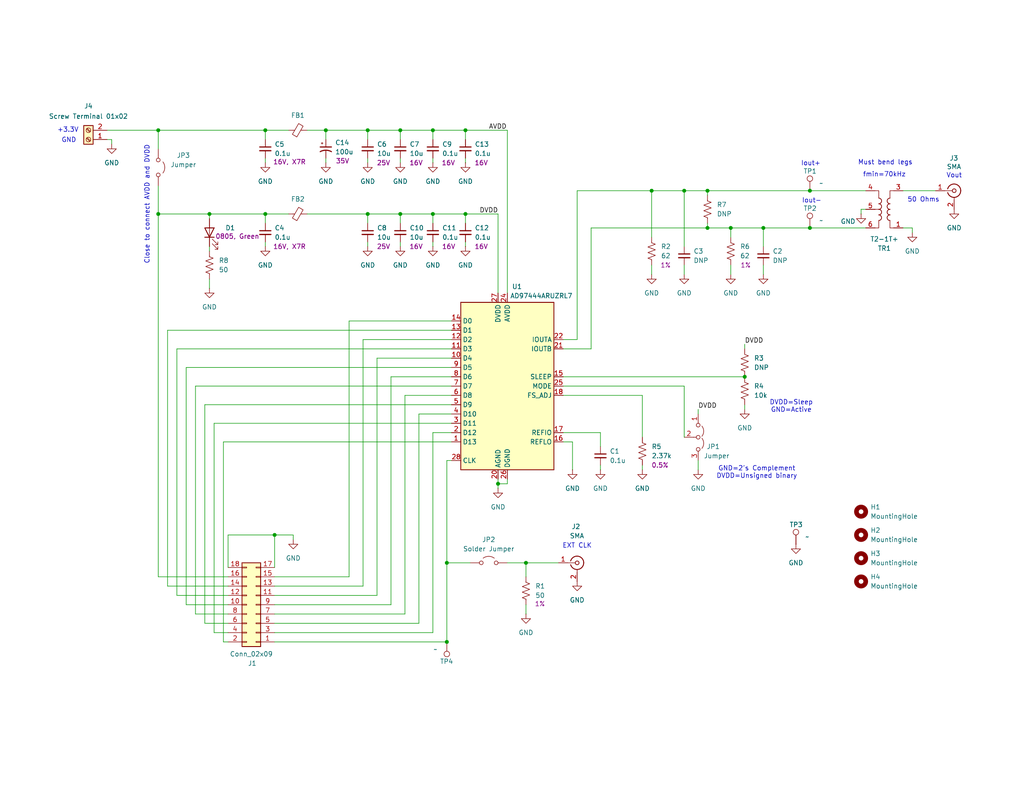
<source format=kicad_sch>
(kicad_sch (version 20231120) (generator "eeschema") (generator_version "8.0")
  (paper "USLetter")
  (title_block (title "AD9744 Ersatz Eval Board") (date "2024-12-31") (rev "A"))
  (lib_symbols
    (symbol "Analog_DAC:AD9744"
      (property "Reference" "U" (at -10.16 -24.13 0))
      (property "Value" "AD9744" (at 7.62 24.13 0))
      (symbol "AD9744_0_1"
        (rectangle (start 12.7 22.86) (end -12.7 -22.86) (stroke (width 0.254)) (fill (type background)))
      )
      (symbol "AD9744_1_1"
        (pin input line (at -15.24 -15.24 0) (length 2.54) (name "D13") (number "1"))
        (pin input line (at -15.24 7.62 0) (length 2.54) (name "D4") (number "10"))
        (pin input line (at -15.24 10.16 0) (length 2.54) (name "D3") (number "11"))
        (pin input line (at -15.24 12.7 0) (length 2.54) (name "D2") (number "12"))
        (pin input line (at -15.24 15.24 0) (length 2.54) (name "D1") (number "13"))
        (pin input line (at -15.24 17.78 0) (length 2.54) (name "D0") (number "14"))
        (pin input line (at 15.24 2.54 180) (length 2.54) (name "SLEEP") (number "15"))
        (pin input line (at 15.24 -15.24 180) (length 2.54) (name "REFLO") (number "16"))
        (pin input line (at 15.24 -12.7 180) (length 2.54) (name "REFIO") (number "17"))
        (pin input line (at 15.24 -2.54 180) (length 2.54) (name "FS_ADJ") (number "18"))
        (pin input line (at -15.24 -12.7 0) (length 2.54) (name "D12") (number "2"))
        (pin power_in line (at -2.54 -25.4 90) (length 2.54) (name "AGND") (number "20"))
        (pin output line (at 15.24 10.16 180) (length 2.54) (name "IOUTB") (number "21"))
        (pin output line (at 15.24 12.7 180) (length 2.54) (name "IOUTA") (number "22"))
        (pin power_in line (at 0 25.4 270) (length 2.54) (name "AVDD") (number "24"))
        (pin input line (at 15.24 0 180) (length 2.54) (name "MODE") (number "25"))
        (pin power_in line (at 0 -25.4 90) (length 2.54) (name "DGND") (number "26"))
        (pin power_in line (at -2.54 25.4 270) (length 2.54) (name "DVDD") (number "27"))
        (pin input line (at -15.24 -20.32 0) (length 2.54) (name "CLK") (number "28"))
        (pin input line (at -15.24 -10.16 0) (length 2.54) (name "D11") (number "3"))
        (pin input line (at -15.24 -7.62 0) (length 2.54) (name "D10") (number "4"))
        (pin input line (at -15.24 -5.08 0) (length 2.54) (name "D9") (number "5"))
        (pin input line (at -15.24 -2.54 0) (length 2.54) (name "D8") (number "6"))
        (pin input line (at -15.24 0 0) (length 2.54) (name "D7") (number "7"))
        (pin input line (at -15.24 2.54 0) (length 2.54) (name "D6") (number "8"))
        (pin input line (at -15.24 5.08 0) (length 2.54) (name "D5") (number "9"))
      )
    )
    (symbol "Connector:Conn_Coaxial" (pin_names (offset 1.016) hide)
      (property "Reference" "J" (at 0.254 3.048 0))
      (property "Value" "Conn_Coaxial" (at 2.921 0 90))
      (symbol "Conn_Coaxial_0_1"
        (arc (start -1.778 -0.508) (mid 0.2311 -1.8066) (end 1.778 0) (stroke (width 0.254)))
        (polyline (pts (xy -2.54 0) (xy -0.508 0)))
        (polyline (pts (xy 0 -2.54) (xy 0 -1.778)))
        (circle (center 0 0) (radius 0.508) (stroke (width 0.2032)))
        (arc (start 1.778 0) (mid 0.2099 1.8101) (end -1.778 0.508) (stroke (width 0.254)))
      )
      (symbol "Conn_Coaxial_1_1"
        (pin passive line (at -5.08 0 0) (length 2.54) (name "In") (number "1"))
        (pin passive line (at 0 -5.08 90) (length 2.54) (name "Ext") (number "2"))
      )
    )
    (symbol "Connector:Screw_Terminal_01x02" (pin_names (offset 1.016) hide)
      (property "Reference" "J" (at 0 2.54 0))
      (property "Value" "Screw_Terminal_01x02" (at 0 -5.08 0))
      (symbol "Screw_Terminal_01x02_1_1"
        (rectangle (start -1.27 1.27) (end 1.27 -3.81) (stroke (width 0.254)) (fill (type background)))
        (circle (center 0 -2.54) (radius 0.635) (stroke (width 0.1524)))
        (polyline (pts (xy -0.5334 -2.2098) (xy 0.3302 -3.048)) (stroke (width 0.1524)))
        (polyline (pts (xy -0.5334 0.3302) (xy 0.3302 -0.508)) (stroke (width 0.1524)))
        (polyline (pts (xy -0.3556 -2.032) (xy 0.508 -2.8702)) (stroke (width 0.1524)))
        (polyline (pts (xy -0.3556 0.508) (xy 0.508 -0.3302)) (stroke (width 0.1524)))
        (circle (center 0 0) (radius 0.635) (stroke (width 0.1524)))
        (pin passive line (at -5.08 0 0) (length 3.81) (name "Pin_1") (number "1"))
        (pin passive line (at -5.08 -2.54 0) (length 3.81) (name "Pin_2") (number "2"))
      )
    )
    (symbol "Connector:TestPoint" (pin_numbers hide) (pin_names (offset 0.762) hide)
      (property "Reference" "TP" (at 0 6.858 0))
      (property "Value" "TestPoint" (at 0 5.08 0))
      (symbol "TestPoint_0_1"
        (circle (center 0 3.302) (radius 0.762))
      )
      (symbol "TestPoint_1_1"
        (pin passive line (at 0 0 90) (length 2.54) (name "1") (number "1"))
      )
    )
    (symbol "Connector_Generic:Conn_02x09_Odd_Even" (pin_names (offset 1.016) hide)
      (property "Reference" "J" (at 1.27 12.7 0))
      (property "Value" "Conn_02x09_Odd_Even" (at 1.27 -12.7 0))
      (symbol "Conn_02x09_Odd_Even_1_1"
        (rectangle (start -1.27 -10.033) (end 0 -10.287) (stroke (width 0.1524)))
        (rectangle (start -1.27 -7.493) (end 0 -7.747) (stroke (width 0.1524)))
        (rectangle (start -1.27 -4.953) (end 0 -5.207) (stroke (width 0.1524)))
        (rectangle (start -1.27 -2.413) (end 0 -2.667) (stroke (width 0.1524)))
        (rectangle (start -1.27 0.127) (end 0 -0.127) (stroke (width 0.1524)))
        (rectangle (start -1.27 2.667) (end 0 2.413) (stroke (width 0.1524)))
        (rectangle (start -1.27 5.207) (end 0 4.953) (stroke (width 0.1524)))
        (rectangle (start -1.27 7.747) (end 0 7.493) (stroke (width 0.1524)))
        (rectangle (start -1.27 10.287) (end 0 10.033) (stroke (width 0.1524)))
        (rectangle (start -1.27 11.43) (end 3.81 -11.43) (stroke (width 0.254)) (fill (type background)))
        (rectangle (start 3.81 -10.033) (end 2.54 -10.287) (stroke (width 0.1524)))
        (rectangle (start 3.81 -7.493) (end 2.54 -7.747) (stroke (width 0.1524)))
        (rectangle (start 3.81 -4.953) (end 2.54 -5.207) (stroke (width 0.1524)))
        (rectangle (start 3.81 -2.413) (end 2.54 -2.667) (stroke (width 0.1524)))
        (rectangle (start 3.81 0.127) (end 2.54 -0.127) (stroke (width 0.1524)))
        (rectangle (start 3.81 2.667) (end 2.54 2.413) (stroke (width 0.1524)))
        (rectangle (start 3.81 5.207) (end 2.54 4.953) (stroke (width 0.1524)))
        (rectangle (start 3.81 7.747) (end 2.54 7.493) (stroke (width 0.1524)))
        (rectangle (start 3.81 10.287) (end 2.54 10.033) (stroke (width 0.1524)))
        (pin passive line (at -5.08 10.16 0) (length 3.81) (name "Pin_1") (number "1"))
        (pin passive line (at 7.62 0 180) (length 3.81) (name "Pin_10") (number "10"))
        (pin passive line (at -5.08 -2.54 0) (length 3.81) (name "Pin_11") (number "11"))
        (pin passive line (at 7.62 -2.54 180) (length 3.81) (name "Pin_12") (number "12"))
        (pin passive line (at -5.08 -5.08 0) (length 3.81) (name "Pin_13") (number "13"))
        (pin passive line (at 7.62 -5.08 180) (length 3.81) (name "Pin_14") (number "14"))
        (pin passive line (at -5.08 -7.62 0) (length 3.81) (name "Pin_15") (number "15"))
        (pin passive line (at 7.62 -7.62 180) (length 3.81) (name "Pin_16") (number "16"))
        (pin passive line (at -5.08 -10.16 0) (length 3.81) (name "Pin_17") (number "17"))
        (pin passive line (at 7.62 -10.16 180) (length 3.81) (name "Pin_18") (number "18"))
        (pin passive line (at 7.62 10.16 180) (length 3.81) (name "Pin_2") (number "2"))
        (pin passive line (at -5.08 7.62 0) (length 3.81) (name "Pin_3") (number "3"))
        (pin passive line (at 7.62 7.62 180) (length 3.81) (name "Pin_4") (number "4"))
        (pin passive line (at -5.08 5.08 0) (length 3.81) (name "Pin_5") (number "5"))
        (pin passive line (at 7.62 5.08 180) (length 3.81) (name "Pin_6") (number "6"))
        (pin passive line (at -5.08 2.54 0) (length 3.81) (name "Pin_7") (number "7"))
        (pin passive line (at 7.62 2.54 180) (length 3.81) (name "Pin_8") (number "8"))
        (pin passive line (at -5.08 0 0) (length 3.81) (name "Pin_9") (number "9"))
      )
    )
    (symbol "Device:C_Polarized_Small_US" (pin_numbers hide) (pin_names (offset 0.254) hide)
      (property "Reference" "C" (at 0.254 1.778 0))
      (property "Value" "C_Polarized_Small_US" (at 0.254 -2.032 0))
      (symbol "C_Polarized_Small_US_0_1"
        (polyline (pts (xy -1.524 0.508) (xy 1.524 0.508)) (stroke (width 0.3048)))
        (polyline (pts (xy -1.27 1.524) (xy -0.762 1.524)))
        (polyline (pts (xy -1.016 1.27) (xy -1.016 1.778)))
        (arc (start 1.524 -0.762) (mid 0 -0.3734) (end -1.524 -0.762) (stroke (width 0.3048)))
      )
      (symbol "C_Polarized_Small_US_1_1"
        (pin passive line (at 0 2.54 270) (length 2.032) (name "~") (number "1"))
        (pin passive line (at 0 -2.54 90) (length 2.032) (name "~") (number "2"))
      )
    )
    (symbol "Device:C_Small" (pin_numbers hide) (pin_names (offset 0.254) hide)
      (property "Reference" "C" (at 0.254 1.778 0))
      (property "Value" "C_Small" (at 0.254 -2.032 0))
      (symbol "C_Small_0_1"
        (polyline (pts (xy -1.524 -0.508) (xy 1.524 -0.508)) (stroke (width 0.3302)))
        (polyline (pts (xy -1.524 0.508) (xy 1.524 0.508)) (stroke (width 0.3048)))
      )
      (symbol "C_Small_1_1"
        (pin passive line (at 0 2.54 270) (length 2.032) (name "~") (number "1"))
        (pin passive line (at 0 -2.54 90) (length 2.032) (name "~") (number "2"))
      )
    )
    (symbol "Device:FerriteBead_Small" (pin_numbers hide) (pin_names (offset 0))
      (property "Reference" "FB" (at 1.905 1.27 0))
      (property "Value" "FerriteBead_Small" (at 1.905 -1.27 0))
      (symbol "FerriteBead_Small_0_1"
        (polyline (pts (xy 0 -1.27) (xy 0 -0.7874)))
        (polyline (pts (xy 0 0.889) (xy 0 1.2954)))
        (polyline (pts (xy -1.8288 0.2794) (xy -1.1176 1.4986) (xy 1.8288 -0.2032) (xy 1.1176 -1.4224) (xy -1.8288 0.2794)))
      )
      (symbol "FerriteBead_Small_1_1"
        (pin passive line (at 0 2.54 270) (length 1.27) (name "~") (number "1"))
        (pin passive line (at 0 -2.54 90) (length 1.27) (name "~") (number "2"))
      )
    )
    (symbol "Device:LED" (pin_numbers hide) (pin_names (offset 1.016) hide)
      (property "Reference" "D" (at 0 2.54 0))
      (property "Value" "LED" (at 0 -2.54 0))
      (symbol "LED_0_1"
        (polyline (pts (xy -1.27 -1.27) (xy -1.27 1.27)) (stroke (width 0.254)))
        (polyline (pts (xy -1.27 0) (xy 1.27 0)))
        (polyline (pts (xy 1.27 -1.27) (xy 1.27 1.27) (xy -1.27 0) (xy 1.27 -1.27)) (stroke (width 0.254)))
        (polyline (pts (xy -3.048 -0.762) (xy -4.572 -2.286) (xy -3.81 -2.286) (xy -4.572 -2.286) (xy -4.572 -1.524)))
        (polyline (pts (xy -1.778 -0.762) (xy -3.302 -2.286) (xy -2.54 -2.286) (xy -3.302 -2.286) (xy -3.302 -1.524)))
      )
      (symbol "LED_1_1"
        (pin passive line (at -3.81 0 0) (length 2.54) (name "K") (number "1"))
        (pin passive line (at 3.81 0 180) (length 2.54) (name "A") (number "2"))
      )
    )
    (symbol "Device:R_US" (pin_numbers hide) (pin_names (offset 0))
      (property "Reference" "R" (at 2.54 0 90))
      (property "Value" "R_US" (at -2.54 0 90))
      (symbol "R_US_0_1"
        (polyline (pts (xy 0 -2.286) (xy 0 -2.54)))
        (polyline (pts (xy 0 2.286) (xy 0 2.54)))
        (polyline (pts (xy 0 -0.762) (xy 1.016 -1.143) (xy 0 -1.524) (xy -1.016 -1.905) (xy 0 -2.286)))
        (polyline (pts (xy 0 0.762) (xy 1.016 0.381) (xy 0 0) (xy -1.016 -0.381) (xy 0 -0.762)))
        (polyline (pts (xy 0 2.286) (xy 1.016 1.905) (xy 0 1.524) (xy -1.016 1.143) (xy 0 0.762)))
      )
      (symbol "R_US_1_1"
        (pin passive line (at 0 3.81 270) (length 1.27) (name "~") (number "1"))
        (pin passive line (at 0 -3.81 90) (length 1.27) (name "~") (number "2"))
      )
    )
    (symbol "Jumper:Jumper_2_Open" (pin_numbers hide) (pin_names (offset 0) hide) (exclude_from_sim yes)
      (property "Reference" "JP" (at 0 2.794 0))
      (property "Value" "Jumper_2_Open" (at 0 -2.286 0))
      (symbol "Jumper_2_Open_0_0"
        (circle (center -2.032 0) (radius 0.508))
        (circle (center 2.032 0) (radius 0.508))
      )
      (symbol "Jumper_2_Open_0_1"
        (arc (start 1.524 1.27) (mid 0 1.778) (end -1.524 1.27))
      )
      (symbol "Jumper_2_Open_1_1"
        (pin passive line (at -5.08 0 0) (length 2.54) (name "A") (number "1"))
        (pin passive line (at 5.08 0 180) (length 2.54) (name "B") (number "2"))
      )
    )
    (symbol "Jumper:Jumper_3_Open" (pin_names (offset 0) hide) (exclude_from_sim yes) (in_bom no)
      (property "Reference" "JP" (at -2.54 -2.54 0))
      (property "Value" "Jumper_3_Open" (at 0 2.794 0))
      (symbol "Jumper_3_Open_0_0"
        (circle (center -3.302 0) (radius 0.508))
        (circle (center 0 0) (radius 0.508))
        (circle (center 3.302 0) (radius 0.508))
      )
      (symbol "Jumper_3_Open_0_1"
        (arc (start -0.254 1.016) (mid -1.651 1.4992) (end -3.048 1.016))
        (polyline (pts (xy 0 -0.508) (xy 0 -1.27)))
        (arc (start 3.048 1.016) (mid 1.651 1.4992) (end 0.254 1.016))
      )
      (symbol "Jumper_3_Open_1_1"
        (pin passive line (at -6.35 0 0) (length 2.54) (name "A") (number "1"))
        (pin passive line (at 0 -3.81 90) (length 2.54) (name "C") (number "2"))
        (pin passive line (at 6.35 0 180) (length 2.54) (name "B") (number "3"))
      )
    )
    (symbol "Mechanical:MountingHole" (pin_names (offset 1.016)) (exclude_from_sim yes) (in_bom no)
      (property "Reference" "H" (at 0 5.08 0))
      (property "Value" "MountingHole" (at 0 3.175 0))
      (symbol "MountingHole_0_1"
        (circle (center 0 0) (radius 1.27) (stroke (width 1.27)))
      )
    )
    (symbol "Transformer:ADT1-6T" (pin_names hide)
      (property "Reference" "TR" (at 0 6.35 0))
      (property "Value" "ADT1-6T" (at 0 -6.35 0))
      (symbol "ADT1-6T_0_1"
        (arc (start -1.524 -3.048) (mid -0.7653 -2.286) (end -1.524 -1.524) (stroke (width 0.2032)))
        (arc (start -1.524 -1.524) (mid -0.7653 -0.762) (end -1.524 0) (stroke (width 0.2032)))
        (arc (start -1.524 0) (mid -0.7653 0.762) (end -1.524 1.524) (stroke (width 0.2032)))
        (arc (start -1.524 1.524) (mid -0.7653 2.286) (end -1.524 3.048) (stroke (width 0.2032)))
        (polyline (pts (xy 2.54 0) (xy 1.27 0)) (stroke (width 0.1524)))
        (polyline (pts (xy -2.54 5.08) (xy -1.524 5.08) (xy -1.524 3.048) (xy -1.524 3.048)) (stroke (width 0.1524)))
        (polyline (pts (xy -1.524 -3.048) (xy -1.524 -5.08) (xy -2.54 -5.08) (xy -2.54 -5.08)) (stroke (width 0.1524)))
        (polyline (pts (xy 1.524 3.048) (xy 1.524 5.08) (xy 2.54 5.08) (xy 2.54 5.08)) (stroke (width 0.1524)))
        (polyline (pts (xy 2.54 -5.08) (xy 1.524 -5.08) (xy 1.524 -3.048) (xy 1.524 -3.048)) (stroke (width 0.1524)))
        (arc (start 1.524 -1.524) (mid 0.7653 -2.286) (end 1.524 -3.048) (stroke (width 0.2032)))
        (arc (start 1.524 0) (mid 0.7653 -0.762) (end 1.524 -1.524) (stroke (width 0.2032)))
        (arc (start 1.524 1.524) (mid 0.7653 0.762) (end 1.524 0) (stroke (width 0.2032)))
        (arc (start 1.524 3.048) (mid 0.7653 2.286) (end 1.524 1.524) (stroke (width 0.2032)))
      )
      (symbol "ADT1-6T_1_1"
        (pin passive line (at -5.08 -5.08 0) (length 2.54) (name "~") (number "1"))
        (pin passive line (at -5.08 5.08 0) (length 2.54) (name "~") (number "3"))
        (pin passive line (at 5.08 5.08 180) (length 2.54) (name "~") (number "4"))
        (pin passive line (at 5.08 0 180) (length 2.54) (name "~") (number "5"))
        (pin passive line (at 5.08 -5.08 180) (length 2.54) (name "~") (number "6"))
      )
    )
    (symbol "power:GND" (power) (pin_numbers hide) (pin_names (offset 0) hide)
      (property "Value" "GND" (at 0 -3.81 0))
      (symbol "GND_0_1"
        (polyline (pts (xy 0 0) (xy 0 -1.27) (xy 1.27 -1.27) (xy 0 -2.54) (xy -1.27 -1.27) (xy 0 -1.27)))
      )
      (symbol "GND_1_1"
        (pin power_in line (at 0 0 270) (length 0) (name "~") (number "1"))
      )
    )
  )
  (junction (at 143.51 153.67))
  (junction (at 193.04 62.23))
  (junction (at 220.98 52.07))
  (junction (at 127 35.56))
  (junction (at 109.22 35.56))
  (junction (at 43.18 35.56))
  (junction (at 121.92 175.26))
  (junction (at 193.04 52.07))
  (junction (at 72.39 35.56))
  (junction (at 220.98 62.23))
  (junction (at 118.11 35.56))
  (junction (at 121.92 153.67))
  (junction (at 100.33 35.56))
  (junction (at 186.69 52.07))
  (junction (at 57.15 58.42))
  (junction (at 43.18 58.42))
  (junction (at 74.93 146.05))
  (junction (at 88.9 35.56))
  (junction (at 100.33 58.42))
  (junction (at 177.8 52.07))
  (junction (at 72.39 58.42))
  (junction (at 118.11 58.42))
  (junction (at 199.39 62.23))
  (junction (at 208.28 62.23))
  (junction (at 127 58.42))
  (junction (at 203.2 102.87))
  (junction (at 109.22 58.42))
  (junction (at 135.89 132.08))
  (wire (pts (xy 177.8 52.07) (xy 186.69 52.07)))
  (wire (pts (xy 78.74 58.42) (xy 72.39 58.42)))
  (wire (pts (xy 123.19 118.11) (xy 118.11 118.11)))
  (wire (pts (xy 138.43 130.81) (xy 138.43 132.08)))
  (wire (pts (xy 186.69 72.39) (xy 186.69 74.93)))
  (wire (pts (xy 121.92 125.73) (xy 121.92 153.67)))
  (wire (pts (xy 110.49 107.95) (xy 110.49 167.64)))
  (wire (pts (xy 58.42 115.57) (xy 123.19 115.57)))
  (wire (pts (xy 190.5 125.73) (xy 190.5 128.27)))
  (wire (pts (xy 121.92 153.67) (xy 128.27 153.67)))
  (wire (pts (xy 72.39 66.04) (xy 72.39 67.31)))
  (wire (pts (xy 95.25 87.63) (xy 95.25 157.48)))
  (wire (pts (xy 153.67 120.65) (xy 156.21 120.65)))
  (wire (pts (xy 74.93 175.26) (xy 121.92 175.26)))
  (wire (pts (xy 74.93 162.56) (xy 102.87 162.56)))
  (wire (pts (xy 190.5 113.03) (xy 190.5 111.76)))
  (wire (pts (xy 161.29 62.23) (xy 161.29 95.25)))
  (wire (pts (xy 88.9 43.18) (xy 88.9 44.45)))
  (wire (pts (xy 80.01 146.05) (xy 80.01 147.32)))
  (wire (pts (xy 72.39 35.56) (xy 72.39 38.1)))
  (wire (pts (xy 109.22 66.04) (xy 109.22 67.31)))
  (wire (pts (xy 72.39 35.56) (xy 78.74 35.56)))
  (wire (pts (xy 246.38 52.07) (xy 255.27 52.07)))
  (wire (pts (xy 248.92 63.5) (xy 248.92 62.23)))
  (wire (pts (xy 138.43 35.56) (xy 127 35.56)))
  (wire (pts (xy 72.39 58.42) (xy 72.39 60.96)))
  (wire (pts (xy 199.39 72.39) (xy 199.39 74.93)))
  (wire (pts (xy 102.87 97.79) (xy 102.87 162.56)))
  (wire (pts (xy 123.19 95.25) (xy 48.26 95.25)))
  (wire (pts (xy 123.19 90.17) (xy 45.72 90.17)))
  (wire (pts (xy 123.19 97.79) (xy 102.87 97.79)))
  (wire (pts (xy 100.33 35.56) (xy 109.22 35.56)))
  (wire (pts (xy 60.96 175.26) (xy 62.23 175.26)))
  (wire (pts (xy 127 43.18) (xy 127 44.45)))
  (wire (pts (xy 208.28 62.23) (xy 199.39 62.23)))
  (wire (pts (xy 48.26 162.56) (xy 62.23 162.56)))
  (wire (pts (xy 74.93 170.18) (xy 114.3 170.18)))
  (wire (pts (xy 123.19 102.87) (xy 106.68 102.87)))
  (wire (pts (xy 74.93 157.48) (xy 95.25 157.48)))
  (wire (pts (xy 193.04 52.07) (xy 193.04 53.34)))
  (wire (pts (xy 123.19 105.41) (xy 53.34 105.41)))
  (wire (pts (xy 208.28 72.39) (xy 208.28 74.93)))
  (wire (pts (xy 127 35.56) (xy 127 38.1)))
  (wire (pts (xy 55.88 110.49) (xy 123.19 110.49)))
  (wire (pts (xy 57.15 58.42) (xy 72.39 58.42)))
  (wire (pts (xy 83.82 58.42) (xy 100.33 58.42)))
  (wire (pts (xy 153.67 118.11) (xy 163.83 118.11)))
  (wire (pts (xy 100.33 66.04) (xy 100.33 67.31)))
  (wire (pts (xy 60.96 120.65) (xy 60.96 175.26)))
  (wire (pts (xy 114.3 113.03) (xy 114.3 170.18)))
  (wire (pts (xy 50.8 100.33) (xy 50.8 165.1)))
  (wire (pts (xy 118.11 118.11) (xy 118.11 172.72)))
  (wire (pts (xy 123.19 92.71) (xy 99.06 92.71)))
  (wire (pts (xy 220.98 62.23) (xy 208.28 62.23)))
  (wire (pts (xy 135.89 132.08) (xy 135.89 133.35)))
  (wire (pts (xy 72.39 43.18) (xy 72.39 44.45)))
  (wire (pts (xy 123.19 87.63) (xy 95.25 87.63)))
  (wire (pts (xy 177.8 72.39) (xy 177.8 74.93)))
  (wire (pts (xy 99.06 160.02) (xy 99.06 92.71)))
  (wire (pts (xy 186.69 52.07) (xy 186.69 67.31)))
  (wire (pts (xy 248.92 62.23) (xy 246.38 62.23)))
  (wire (pts (xy 127 66.04) (xy 127 67.31)))
  (wire (pts (xy 62.23 146.05) (xy 74.93 146.05)))
  (wire (pts (xy 175.26 107.95) (xy 153.67 107.95)))
  (wire (pts (xy 208.28 62.23) (xy 208.28 67.31)))
  (wire (pts (xy 88.9 35.56) (xy 88.9 38.1)))
  (wire (pts (xy 118.11 66.04) (xy 118.11 67.31)))
  (wire (pts (xy 100.33 43.18) (xy 100.33 44.45)))
  (wire (pts (xy 57.15 76.2) (xy 57.15 78.74)))
  (wire (pts (xy 163.83 127) (xy 163.83 128.27)))
  (wire (pts (xy 58.42 115.57) (xy 58.42 172.72)))
  (wire (pts (xy 74.93 167.64) (xy 110.49 167.64)))
  (wire (pts (xy 199.39 62.23) (xy 193.04 62.23)))
  (wire (pts (xy 100.33 35.56) (xy 100.33 38.1)))
  (wire (pts (xy 135.89 58.42) (xy 127 58.42)))
  (wire (pts (xy 29.21 35.56) (xy 43.18 35.56)))
  (wire (pts (xy 109.22 35.56) (xy 109.22 38.1)))
  (wire (pts (xy 74.93 160.02) (xy 99.06 160.02)))
  (wire (pts (xy 74.93 165.1) (xy 106.68 165.1)))
  (wire (pts (xy 234.95 57.15) (xy 236.22 57.15)))
  (wire (pts (xy 74.93 172.72) (xy 118.11 172.72)))
  (wire (pts (xy 186.69 105.41) (xy 186.69 119.38)))
  (wire (pts (xy 127 58.42) (xy 118.11 58.42)))
  (wire (pts (xy 43.18 157.48) (xy 43.18 58.42)))
  (wire (pts (xy 123.19 107.95) (xy 110.49 107.95)))
  (wire (pts (xy 193.04 52.07) (xy 220.98 52.07)))
  (wire (pts (xy 175.26 107.95) (xy 175.26 119.38)))
  (wire (pts (xy 62.23 170.18) (xy 55.88 170.18)))
  (wire (pts (xy 175.26 127) (xy 175.26 128.27)))
  (wire (pts (xy 161.29 95.25) (xy 153.67 95.25)))
  (wire (pts (xy 157.48 52.07) (xy 157.48 92.71)))
  (wire (pts (xy 220.98 52.07) (xy 236.22 52.07)))
  (wire (pts (xy 83.82 35.56) (xy 88.9 35.56)))
  (wire (pts (xy 118.11 35.56) (xy 118.11 38.1)))
  (wire (pts (xy 109.22 58.42) (xy 109.22 60.96)))
  (wire (pts (xy 57.15 58.42) (xy 57.15 59.69)))
  (wire (pts (xy 123.19 113.03) (xy 114.3 113.03)))
  (wire (pts (xy 220.98 62.23) (xy 236.22 62.23)))
  (wire (pts (xy 143.51 165.1) (xy 143.51 167.64)))
  (wire (pts (xy 186.69 52.07) (xy 193.04 52.07)))
  (wire (pts (xy 138.43 153.67) (xy 143.51 153.67)))
  (wire (pts (xy 45.72 90.17) (xy 45.72 160.02)))
  (wire (pts (xy 143.51 153.67) (xy 152.4 153.67)))
  (wire (pts (xy 157.48 92.71) (xy 153.67 92.71)))
  (wire (pts (xy 156.21 120.65) (xy 156.21 128.27)))
  (wire (pts (xy 118.11 43.18) (xy 118.11 44.45)))
  (wire (pts (xy 43.18 35.56) (xy 43.18 40.64)))
  (wire (pts (xy 193.04 60.96) (xy 193.04 62.23)))
  (wire (pts (xy 234.95 57.15) (xy 234.95 58.42)))
  (wire (pts (xy 121.92 175.26) (xy 121.92 153.67)))
  (wire (pts (xy 138.43 35.56) (xy 138.43 80.01)))
  (wire (pts (xy 153.67 102.87) (xy 203.2 102.87)))
  (wire (pts (xy 123.19 125.73) (xy 121.92 125.73)))
  (wire (pts (xy 106.68 102.87) (xy 106.68 165.1)))
  (wire (pts (xy 62.23 167.64) (xy 53.34 167.64)))
  (wire (pts (xy 138.43 132.08) (xy 135.89 132.08)))
  (wire (pts (xy 109.22 43.18) (xy 109.22 44.45)))
  (wire (pts (xy 135.89 130.81) (xy 135.89 132.08)))
  (wire (pts (xy 30.48 39.37) (xy 30.48 38.1)))
  (wire (pts (xy 203.2 110.49) (xy 203.2 111.76)))
  (wire (pts (xy 109.22 58.42) (xy 100.33 58.42)))
  (wire (pts (xy 48.26 95.25) (xy 48.26 162.56)))
  (wire (pts (xy 74.93 154.94) (xy 74.93 146.05)))
  (wire (pts (xy 62.23 157.48) (xy 43.18 157.48)))
  (wire (pts (xy 143.51 153.67) (xy 143.51 157.48)))
  (wire (pts (xy 62.23 154.94) (xy 62.23 146.05)))
  (wire (pts (xy 58.42 172.72) (xy 62.23 172.72)))
  (wire (pts (xy 88.9 35.56) (xy 100.33 35.56)))
  (wire (pts (xy 43.18 58.42) (xy 43.18 50.8)))
  (wire (pts (xy 203.2 93.98) (xy 203.2 95.25)))
  (wire (pts (xy 177.8 52.07) (xy 177.8 64.77)))
  (wire (pts (xy 193.04 62.23) (xy 161.29 62.23)))
  (wire (pts (xy 30.48 38.1) (xy 29.21 38.1)))
  (wire (pts (xy 186.69 105.41) (xy 153.67 105.41)))
  (wire (pts (xy 135.89 58.42) (xy 135.89 80.01)))
  (wire (pts (xy 127 60.96) (xy 127 58.42)))
  (wire (pts (xy 53.34 105.41) (xy 53.34 167.64)))
  (wire (pts (xy 60.96 120.65) (xy 123.19 120.65)))
  (wire (pts (xy 74.93 146.05) (xy 80.01 146.05)))
  (wire (pts (xy 100.33 58.42) (xy 100.33 60.96)))
  (wire (pts (xy 157.48 52.07) (xy 177.8 52.07)))
  (wire (pts (xy 43.18 35.56) (xy 72.39 35.56)))
  (wire (pts (xy 118.11 60.96) (xy 118.11 58.42)))
  (wire (pts (xy 43.18 58.42) (xy 57.15 58.42)))
  (wire (pts (xy 50.8 165.1) (xy 62.23 165.1)))
  (wire (pts (xy 57.15 67.31) (xy 57.15 68.58)))
  (wire (pts (xy 163.83 118.11) (xy 163.83 121.92)))
  (wire (pts (xy 123.19 100.33) (xy 50.8 100.33)))
  (wire (pts (xy 199.39 62.23) (xy 199.39 64.77)))
  (wire (pts (xy 55.88 170.18) (xy 55.88 110.49)))
  (wire (pts (xy 45.72 160.02) (xy 62.23 160.02)))
  (wire (pts (xy 109.22 35.56) (xy 118.11 35.56)))
  (wire (pts (xy 127 35.56) (xy 118.11 35.56)))
  (wire (pts (xy 118.11 58.42) (xy 109.22 58.42)))
  (text "fmin=70kHz" (at 241.3 47.752 0) (effects (font (size 1.27 1.27))))
  (text "Vout" (at 260.35 48.006 0) (effects (font (size 1.27 1.27))))
  (text "EXT CLK" (at 157.48 149.098 0) (effects (font (size 1.27 1.27))))
  (text "DVDD=Sleep\nGND=Active" (at 215.9 110.998 0) (effects (font (size 1.27 1.27))))
  (text "Iout+" (at 221.234 44.704 0) (effects (font (size 1.27 1.27))))
  (text "Close to connect AVDD and DVDD" (at 40.132 55.88 90) (effects (font (size 1.27 1.27))))
  (text "+3.3V" (at 18.542 35.56 0) (effects (font (size 1.27 1.27))))
  (text "GND=2's Complement\nDVDD=Unsigned binary" (at 206.502 129.032 0) (effects (font (size 1.27 1.27))))
  (text "GND" (at 18.796 38.354 0) (effects (font (size 1.27 1.27))))
  (text "Iout-" (at 221.488 54.864 0) (effects (font (size 1.27 1.27))))
  (text "Must bend legs" (at 241.554 44.45 0) (effects (font (size 1.27 1.27))))
  (text "50 Ohms" (at 251.968 54.61 0) (effects (font (size 1.27 1.27))))
  (label "DVDD" (at 190.5 111.76 0))
  (label "AVDD" (at 133.35 35.56 0))
  (label "DVDD" (at 130.81 58.42 0))
  (label "DVDD" (at 203.2 93.98 0))
  (symbol (lib_id "power:GND") (at 30.48 39.37 0) (unit 1)
    (property "Reference" "#PWR01" (effects (hide yes)))
    (property "Value" "GND" (at 30.48 44.45 0))
    (property "Description" "Power symbol creates a global label with name \"GND\" , ground" (effects (hide yes)))
  )
  (symbol (lib_id "Connector:TestPoint") (at 121.92 175.26 180) (unit 1)
    (property "Reference" "TP4" (at 123.698 180.594 0) (effects (justify left)))
    (property "Value" "~" (at 119.38 177.2921 0) (effects (justify left)))
    (property "Footprint" "TestPoint:TestPoint_Keystone_5000-5004_Miniature" (effects (hide yes)))
    (property "Description" "test point" (effects (hide yes)))
    (property "Man" "Keystone" (effects (hide yes)))
    (property "Man PN" "5002" (effects (hide yes)))
  )
  (symbol (lib_id "power:GND") (at 175.26 128.27 0) (unit 1)
    (property "Reference" "#PWR020" (effects (hide yes)))
    (property "Value" "GND" (at 175.26 133.35 0))
    (property "Description" "Power symbol creates a global label with name \"GND\" , ground" (effects (hide yes)))
  )
  (symbol (lib_id "power:GND") (at 143.51 167.64 0) (unit 1)
    (property "Reference" "#PWR016" (effects (hide yes)))
    (property "Value" "GND" (at 143.51 172.72 0))
    (property "Description" "Power symbol creates a global label with name \"GND\" , ground" (effects (hide yes)))
  )
  (symbol (lib_id "power:GND") (at 156.21 128.27 0) (unit 1)
    (property "Reference" "#PWR017" (effects (hide yes)))
    (property "Value" "GND" (at 156.21 133.35 0))
    (property "Description" "Power symbol creates a global label with name \"GND\" , ground" (effects (hide yes)))
  )
  (symbol (lib_id "Device:FerriteBead_Small") (at 81.28 35.56 90) (unit 1)
    (property "Reference" "FB1" (at 81.28 31.496 90))
    (property "Value" "BLM18KN601EH1D" (effects (hide yes)))
    (property "Footprint" "Inductor_SMD:L_0603_1608Metric_Pad1.05x0.95mm_HandSolder" (effects (hide yes)))
    (property "Description" "0603" (effects (hide yes)))
    (property "Manufacturer" "Murata" (effects (hide yes)))
    (property "Man PN" "BLM18KN601EH1D" (effects (hide yes)))
  )
  (symbol (lib_id "Device:C_Small") (at 100.33 40.64 0) (unit 1)
    (property "Reference" "C6" (at 102.87 39.3762 0) (effects (justify left)))
    (property "Value" "10u" (at 102.87 41.9162 0) (effects (justify left)))
    (property "Footprint" "Capacitor_SMD:C_0603_1608Metric_Pad1.08x0.95mm_HandSolder" (effects (hide yes)))
    (property "Description" "25V" (at 104.648 44.45 0))
    (property "Manufacturer" "Murata" (effects (hide yes)))
    (property "PN" "GRM188R61E106KA73J " (effects (hide yes)))
  )
  (symbol (lib_id "Connector:Conn_Coaxial") (at 157.48 153.67 0) (unit 1)
    (property "Reference" "J2" (at 155.956 143.764 0) (effects (justify left)))
    (property "Value" "SMA" (at 155.448 146.304 0) (effects (justify left)))
    (property "Footprint" "Connector_Coaxial:SMA_Amphenol_901-144_Vertical" (effects (hide yes)))
    (property "Description" "coaxial connector (BNC, SMA, SMB, SMC, Cinch/RCA, LEMO, ...)" (effects (hide yes)))
    (property "Man" "Amphenol" (effects (hide yes)))
    (property "Man PN" "901-144 " (effects (hide yes)))
  )
  (symbol (lib_id "power:GND") (at 199.39 74.93 0) (unit 1)
    (property "Reference" "#PWR024" (effects (hide yes)))
    (property "Value" "GND" (at 199.39 80.01 0))
    (property "Description" "Power symbol creates a global label with name \"GND\" , ground" (effects (hide yes)))
  )
  (symbol (lib_id "power:GND") (at 72.39 67.31 0) (unit 1)
    (property "Reference" "#PWR04" (effects (hide yes)))
    (property "Value" "GND" (at 72.39 72.39 0))
    (property "Description" "Power symbol creates a global label with name \"GND\" , ground" (effects (hide yes)))
  )
  (symbol (lib_id "Device:C_Small") (at 109.22 63.5 0) (unit 1)
    (property "Reference" "C10" (at 111.76 62.2362 0) (effects (justify left)))
    (property "Value" "10u" (at 111.76 64.7762 0) (effects (justify left)))
    (property "Footprint" "Capacitor_SMD:C_0603_1608Metric_Pad1.08x0.95mm_HandSolder" (effects (hide yes)))
    (property "Description" "16V" (at 113.538 67.31 0))
    (property "Man" "Kyocera" (effects (hide yes)))
    (property "PN" "0603YD106MAT2A " (effects (hide yes)))
  )
  (symbol (lib_id "Device:LED") (at 57.15 63.5 90) (unit 1)
    (property "Reference" "D1" (at 61.468 62.23 90) (effects (justify right)))
    (property "Value" "AP2012SGD3" (effects (hide yes)))
    (property "Footprint" "LED_SMD:LED_0805_2012Metric_Pad1.15x1.40mm_HandSolder" (effects (hide yes)))
    (property "Description" "0805, Green" (at 64.77 64.516 90))
    (property "Manufacturer" "Kingbright" (effects (hide yes)))
    (property "Man PN" "AP2012SGD3" (effects (hide yes)))
  )
  (symbol (lib_id "Device:R_US") (at 57.15 72.39 0) (unit 1)
    (property "Reference" "R8" (at 59.69 71.1199 0) (effects (justify left)))
    (property "Value" "50" (at 59.69 73.6599 0) (effects (justify left)))
    (property "Footprint" "Resistor_SMD:R_0603_1608Metric_Pad0.98x0.95mm_HandSolder" (effects (hide yes)))
  )
  (symbol (lib_id "Mechanical:MountingHole") (at 234.95 158.75 0) (unit 1) (exclude_from_sim yes) (in_bom no)
    (property "Reference" "H4" (at 237.49 157.4799 0) (effects (justify left)))
    (property "Value" "MountingHole" (at 237.49 160.0199 0) (effects (justify left)))
    (property "Footprint" "MountingHole:MountingHole_2.2mm_M2_DIN965_Pad" (effects (hide yes)))
    (property "Description" "Mounting Hole without connection" (effects (hide yes)))
  )
  (symbol (lib_id "Device:C_Small") (at 186.69 69.85 0) (unit 1)
    (property "Reference" "C3" (at 189.23 68.5862 0) (effects (justify left)))
    (property "Value" "DNP" (at 189.23 71.1262 0) (effects (justify left)))
    (property "Footprint" "Capacitor_SMD:C_0603_1608Metric_Pad1.08x0.95mm_HandSolder" (effects (hide yes)))
    (property "Description" "0603 X7R" (effects (hide yes)))
  )
  (symbol (lib_id "power:GND") (at 217.17 148.59 0) (unit 1)
    (property "Reference" "#PWR027" (effects (hide yes)))
    (property "Value" "GND" (at 217.17 153.67 0))
    (property "Description" "Power symbol creates a global label with name \"GND\" , ground" (effects (hide yes)))
  )
  (symbol (lib_id "power:GND") (at 203.2 111.76 0) (unit 1)
    (property "Reference" "#PWR025" (effects (hide yes)))
    (property "Value" "GND" (at 203.2 116.84 0))
    (property "Description" "Power symbol creates a global label with name \"GND\" , ground" (effects (hide yes)))
  )
  (symbol (lib_id "power:GND") (at 157.48 158.75 0) (unit 1)
    (property "Reference" "#PWR018" (effects (hide yes)))
    (property "Value" "GND" (at 157.48 163.83 0))
    (property "Description" "Power symbol creates a global label with name \"GND\" , ground" (effects (hide yes)))
  )
  (symbol (lib_id "power:GND") (at 80.01 147.32 0) (unit 1)
    (property "Reference" "#PWR05" (effects (hide yes)))
    (property "Value" "GND" (at 80.01 152.4 0))
    (property "Description" "Power symbol creates a global label with name \"GND\" , ground" (effects (hide yes)))
  )
  (symbol (lib_id "Device:R_US") (at 175.26 123.19 0) (unit 1)
    (property "Reference" "R5" (at 177.8 121.9199 0) (effects (justify left)))
    (property "Value" "2.37k" (at 177.8 124.4599 0) (effects (justify left)))
    (property "Footprint" "Resistor_SMD:R_0603_1608Metric_Pad0.98x0.95mm_HandSolder" (effects (hide yes)))
    (property "Description" "0.5%" (at 180.086 127 0))
    (property "Temp Stability" "25 PPM/C" (effects (hide yes)))
  )
  (symbol (lib_id "Transformer:ADT1-6T") (at 241.3 57.15 0) (mirror y) (unit 1)
    (property "Reference" "TR1" (at 241.3 67.818 0))
    (property "Value" "T2-1T+" (at 241.3 65.278 0))
    (property "Footprint" "Package_DIP:DIP-6_W7.62mm" (effects (hide yes)))
    (property "Manufacturer" "Mini-Circuits" (effects (hide yes)))
    (property "Man PN" "T1-6T+" (effects (hide yes)))
  )
  (symbol (lib_id "power:GND") (at 208.28 74.93 0) (unit 1)
    (property "Reference" "#PWR026" (effects (hide yes)))
    (property "Value" "GND" (at 208.28 80.01 0))
    (property "Description" "Power symbol creates a global label with name \"GND\" , ground" (effects (hide yes)))
  )
  (symbol (lib_id "Jumper:Jumper_2_Open") (at 43.18 45.72 270) (unit 1) (exclude_from_sim yes)
    (property "Reference" "JP3" (at 50.038 42.418 90))
    (property "Value" "Jumper" (at 50.038 44.958 90))
    (property "Footprint" "Connector_PinHeader_2.54mm:PinHeader_1x02_P2.54mm_Vertical" (effects (hide yes)))
    (property "Description" "Jumper, 2-pole, open" (effects (hide yes)))
  )
  (symbol (lib_id "Device:C_Small") (at 72.39 63.5 0) (unit 1)
    (property "Reference" "C4" (at 74.93 62.2362 0) (effects (justify left)))
    (property "Value" "0.1u" (at 74.93 64.7762 0) (effects (justify left)))
    (property "Footprint" "Capacitor_SMD:C_0603_1608Metric_Pad1.08x0.95mm_HandSolder" (effects (hide yes)))
    (property "Description" "16V, X7R" (at 78.994 67.31 0))
    (property "Manufacturer" "Kyocera" (effects (hide yes)))
    (property "Man PN" "KAM15AR71C104KM " (effects (hide yes)))
  )
  (symbol (lib_id "power:GND") (at 127 44.45 0) (unit 1)
    (property "Reference" "#PWR013" (effects (hide yes)))
    (property "Value" "GND" (at 127 49.53 0))
    (property "Description" "Power symbol creates a global label with name \"GND\" , ground" (effects (hide yes)))
  )
  (symbol (lib_id "Connector:TestPoint") (at 220.98 62.23 0) (unit 1)
    (property "Reference" "TP2" (at 219.202 56.896 0) (effects (justify left)))
    (property "Value" "~" (at 223.52 60.1979 0) (effects (justify left)))
    (property "Footprint" "TestPoint:TestPoint_Keystone_5000-5004_Miniature" (effects (hide yes)))
    (property "Description" "test point" (effects (hide yes)))
    (property "Man" "Keystone" (effects (hide yes)))
    (property "Man PN" "5002" (effects (hide yes)))
  )
  (symbol (lib_id "Device:C_Small") (at 72.39 40.64 0) (unit 1)
    (property "Reference" "C5" (at 74.93 39.3762 0) (effects (justify left)))
    (property "Value" "0.1u" (at 74.93 41.9162 0) (effects (justify left)))
    (property "Footprint" "Capacitor_SMD:C_0603_1608Metric_Pad1.08x0.95mm_HandSolder" (effects (hide yes)))
    (property "Description" "16V, X7R" (at 78.994 44.196 0))
    (property "Manufacturer" "Kyocera" (effects (hide yes)))
    (property "PN" "KAM15AR71C104KM " (effects (hide yes)))
  )
  (symbol (lib_id "Connector:TestPoint") (at 220.98 52.07 0) (unit 1)
    (property "Reference" "TP1" (at 219.202 46.736 0) (effects (justify left)))
    (property "Value" "~" (at 223.52 50.0379 0) (effects (justify left)))
    (property "Footprint" "TestPoint:TestPoint_Keystone_5000-5004_Miniature" (effects (hide yes)))
    (property "Description" "test point" (effects (hide yes)))
    (property "Man" "Keystone" (effects (hide yes)))
    (property "Man PN" "5002" (effects (hide yes)))
  )
  (symbol (lib_id "Device:R_US") (at 143.51 161.29 0) (unit 1)
    (property "Reference" "R1" (at 146.05 160.0199 0) (effects (justify left)))
    (property "Value" "50" (at 146.05 162.5599 0) (effects (justify left)))
    (property "Footprint" "Resistor_SMD:R_0603_1608Metric_Pad0.98x0.95mm_HandSolder" (effects (hide yes)))
    (property "Description" "1%" (at 147.32 164.846 0))
  )
  (symbol (lib_id "Device:R_US") (at 203.2 99.06 0) (unit 1)
    (property "Reference" "R3" (at 205.74 97.7899 0) (effects (justify left)))
    (property "Value" "DNP" (at 205.74 100.3299 0) (effects (justify left)))
    (property "Footprint" "Resistor_SMD:R_0603_1608Metric_Pad0.98x0.95mm_HandSolder" (effects (hide yes)))
    (property "Description" "Thick Film 5%" (effects (hide yes)))
  )
  (symbol (lib_id "Device:C_Small") (at 118.11 40.64 0) (unit 1)
    (property "Reference" "C9" (at 120.65 39.3762 0) (effects (justify left)))
    (property "Value" "0.1u" (at 120.65 41.9162 0) (effects (justify left)))
    (property "Footprint" "Capacitor_SMD:C_0603_1608Metric_Pad1.08x0.95mm_HandSolder" (effects (hide yes)))
    (property "Description" "16V" (at 124.206 44.45 0) (effects (justify right)))
    (property "Man" "Kyocera" (effects (hide yes)))
    (property "PN" "KAM15AR71C104KM " (effects (hide yes)))
  )
  (symbol (lib_id "power:GND") (at 57.15 78.74 0) (unit 1)
    (property "Reference" "#PWR02" (effects (hide yes)))
    (property "Value" "GND" (at 57.15 83.82 0))
    (property "Description" "Power symbol creates a global label with name \"GND\" , ground" (effects (hide yes)))
  )
  (symbol (lib_id "Device:C_Small") (at 118.11 63.5 0) (unit 1)
    (property "Reference" "C11" (at 120.65 62.2362 0) (effects (justify left)))
    (property "Value" "0.1u" (at 120.65 64.7762 0) (effects (justify left)))
    (property "Footprint" "Capacitor_SMD:C_0603_1608Metric_Pad1.08x0.95mm_HandSolder" (effects (hide yes)))
    (property "Description" "16V" (at 122.428 67.31 0))
    (property "Man" "Kyocera" (effects (hide yes)))
    (property "PN" "KAM15AR71C104KM " (effects (hide yes)))
  )
  (symbol (lib_id "Jumper:Jumper_2_Open") (at 133.35 153.67 0) (unit 1) (exclude_from_sim yes)
    (property "Reference" "JP2" (at 133.35 147.32 0))
    (property "Value" "Solder Jumper" (at 133.35 149.86 0))
    (property "Footprint" "Jumper:SolderJumper-2_P1.3mm_Open_RoundedPad1.0x1.5mm" (effects (hide yes)))
    (property "Description" "Jumper, 2-pole, open" (effects (hide yes)))
    (property "Man" "Adam Tech" (effects (hide yes)))
    (property "Man PN" "PH1-02-UA " (effects (hide yes)))
  )
  (symbol (lib_id "Connector:Screw_Terminal_01x02") (at 24.13 38.1 180) (unit 1)
    (property "Reference" "J4" (at 24.13 28.956 0))
    (property "Value" "Screw Terminal 01x02" (at 24.13 31.75 0))
    (property "Footprint" "TerminalBlock_Phoenix:TerminalBlock_Phoenix_MKDS-1,5-2-5.08_1x02_P5.08mm_Horizontal" (effects (hide yes)))
    (property "Description" "2 Pos Terminal Block" (effects (hide yes)))
    (property "Manufacturer" "Phoenix Contact" (effects (hide yes)))
    (property "Man PN" "1729128" (effects (hide yes)))
  )
  (symbol (lib_id "power:GND") (at 234.95 58.42 0) (unit 1)
    (property "Reference" "#PWR028" (effects (hide yes)))
    (property "Value" "GND" (at 231.394 60.452 0))
    (property "Description" "Power symbol creates a global label with name \"GND\" , ground" (effects (hide yes)))
  )
  (symbol (lib_id "Device:R_US") (at 199.39 68.58 0) (unit 1)
    (property "Reference" "R6" (at 201.93 67.3099 0) (effects (justify left)))
    (property "Value" "62" (at 201.93 69.8499 0) (effects (justify left)))
    (property "Footprint" "Resistor_SMD:R_0603_1608Metric_Pad0.98x0.95mm_HandSolder" (effects (hide yes)))
    (property "Description" "1%" (at 203.454 72.39 0))
  )
  (symbol (lib_id "Device:C_Small") (at 127 63.5 0) (unit 1)
    (property "Reference" "C12" (at 129.54 62.2362 0) (effects (justify left)))
    (property "Value" "0.1u" (at 129.54 64.7762 0) (effects (justify left)))
    (property "Footprint" "Capacitor_SMD:C_0603_1608Metric_Pad1.08x0.95mm_HandSolder" (effects (hide yes)))
    (property "Description" "16V" (at 131.318 67.31 0))
    (property "Man" "Kyocera" (effects (hide yes)))
    (property "PN" "KAM15AR71C104KM " (effects (hide yes)))
  )
  (symbol (lib_id "Mechanical:MountingHole") (at 234.95 146.05 0) (unit 1) (exclude_from_sim yes) (in_bom no)
    (property "Reference" "H2" (at 237.49 144.7799 0) (effects (justify left)))
    (property "Value" "MountingHole" (at 237.49 147.3199 0) (effects (justify left)))
    (property "Footprint" "MountingHole:MountingHole_2.2mm_M2_DIN965_Pad" (effects (hide yes)))
    (property "Description" "Mounting Hole without connection" (effects (hide yes)))
  )
  (symbol (lib_id "power:GND") (at 109.22 44.45 0) (unit 1)
    (property "Reference" "#PWR09" (effects (hide yes)))
    (property "Value" "GND" (at 109.22 49.53 0))
    (property "Description" "Power symbol creates a global label with name \"GND\" , ground" (effects (hide yes)))
  )
  (symbol (lib_id "Device:C_Small") (at 208.28 69.85 0) (unit 1)
    (property "Reference" "C2" (at 210.82 68.5862 0) (effects (justify left)))
    (property "Value" "DNP" (at 210.82 71.1262 0) (effects (justify left)))
    (property "Footprint" "Capacitor_SMD:C_0603_1608Metric_Pad1.08x0.95mm_HandSolder" (effects (hide yes)))
    (property "Description" "0603 X7R" (effects (hide yes)))
  )
  (symbol (lib_id "Device:C_Small") (at 163.83 124.46 0) (unit 1)
    (property "Reference" "C1" (at 166.37 123.1962 0) (effects (justify left)))
    (property "Value" "0.1u" (at 166.37 125.7362 0) (effects (justify left)))
    (property "Footprint" "Capacitor_SMD:C_0603_1608Metric_Pad1.08x0.95mm_HandSolder" (effects (hide yes)))
    (property "Description" "16V X7R" (effects (hide yes)))
    (property "Man" "Kyocera" (effects (hide yes)))
    (property "Man PN" "KAM15AR71C104KM " (effects (hide yes)))
  )
  (symbol (lib_id "Device:C_Small") (at 100.33 63.5 0) (unit 1)
    (property "Reference" "C8" (at 102.87 62.2362 0) (effects (justify left)))
    (property "Value" "10u" (at 102.87 64.7762 0) (effects (justify left)))
    (property "Footprint" "Capacitor_SMD:C_0603_1608Metric_Pad1.08x0.95mm_HandSolder" (effects (hide yes)))
    (property "Description" "25V" (at 104.648 67.31 0))
    (property "Man" "Murata" (effects (hide yes)))
    (property "PN" "GRM188R61E106KA73J " (effects (hide yes)))
  )
  (symbol (lib_id "power:GND") (at 72.39 44.45 0) (unit 1)
    (property "Reference" "#PWR03" (effects (hide yes)))
    (property "Value" "GND" (at 72.39 49.53 0))
    (property "Description" "Power symbol creates a global label with name \"GND\" , ground" (effects (hide yes)))
  )
  (symbol (lib_id "power:GND") (at 100.33 67.31 0) (unit 1)
    (property "Reference" "#PWR08" (effects (hide yes)))
    (property "Value" "GND" (at 100.33 72.39 0))
    (property "Description" "Power symbol creates a global label with name \"GND\" , ground" (effects (hide yes)))
  )
  (symbol (lib_id "power:GND") (at 163.83 128.27 0) (unit 1)
    (property "Reference" "#PWR019" (effects (hide yes)))
    (property "Value" "GND" (at 163.83 133.35 0))
    (property "Description" "Power symbol creates a global label with name \"GND\" , ground" (effects (hide yes)))
  )
  (symbol (lib_id "Device:R_US") (at 203.2 106.68 0) (unit 1)
    (property "Reference" "R4" (at 205.74 105.4099 0) (effects (justify left)))
    (property "Value" "10k" (at 205.74 107.9499 0) (effects (justify left)))
    (property "Footprint" "Resistor_SMD:R_0603_1608Metric_Pad0.98x0.95mm_HandSolder" (effects (hide yes)))
    (property "Description" "Thick Film 5%" (effects (hide yes)))
  )
  (symbol (lib_id "Connector:Conn_Coaxial") (at 260.35 52.07 0) (unit 1)
    (property "Reference" "J3" (at 259.08 43.18 0) (effects (justify left)))
    (property "Value" "SMA" (at 258.318 45.5051 0) (effects (justify left)))
    (property "Footprint" "Connector_Coaxial:SMA_Amphenol_901-144_Vertical" (effects (hide yes)))
    (property "Description" "coaxial connector (BNC, SMA, SMB, SMC, Cinch/RCA, LEMO, ...)" (effects (hide yes)))
    (property "Man" "Amphenol" (effects (hide yes)))
    (property "Man PN" "901-144" (effects (hide yes)))
  )
  (symbol (lib_id "Device:R_US") (at 193.04 57.15 0) (unit 1)
    (property "Reference" "R7" (at 195.58 55.8799 0) (effects (justify left)))
    (property "Value" "DNP" (at 195.58 58.4199 0) (effects (justify left)))
    (property "Footprint" "Resistor_SMD:R_0603_1608Metric_Pad0.98x0.95mm_HandSolder" (effects (hide yes)))
    (property "Description" "Thick Film 5%" (effects (hide yes)))
  )
  (symbol (lib_id "Device:C_Small") (at 127 40.64 0) (unit 1)
    (property "Reference" "C13" (at 129.54 39.3762 0) (effects (justify left)))
    (property "Value" "0.1u" (at 129.54 41.9162 0) (effects (justify left)))
    (property "Footprint" "Capacitor_SMD:C_0603_1608Metric_Pad1.08x0.95mm_HandSolder" (effects (hide yes)))
    (property "Description" "16V" (at 131.318 44.45 0))
    (property "Man" "Kyocera" (effects (hide yes)))
    (property "PN" "KAM15AR71C104KM " (effects (hide yes)))
  )
  (symbol (lib_id "power:GND") (at 248.92 63.5 0) (unit 1)
    (property "Reference" "#PWR029" (effects (hide yes)))
    (property "Value" "GND" (at 248.92 68.58 0))
    (property "Description" "Power symbol creates a global label with name \"GND\" , ground" (effects (hide yes)))
  )
  (symbol (lib_id "Device:FerriteBead_Small") (at 81.28 58.42 90) (unit 1)
    (property "Reference" "FB2" (at 81.28 54.356 90))
    (property "Value" "BLM18KN601EH1D" (effects (hide yes)))
    (property "Footprint" "Inductor_SMD:L_0603_1608Metric_Pad1.05x0.95mm_HandSolder" (effects (hide yes)))
    (property "Description" "0603" (effects (hide yes)))
    (property "Manufacturer" "Murata" (effects (hide yes)))
    (property "Man PN" "BLM18KN601EH1D" (effects (hide yes)))
  )
  (symbol (lib_id "Connector:TestPoint") (at 217.17 148.59 0) (unit 1)
    (property "Reference" "TP3" (at 215.392 143.256 0) (effects (justify left)))
    (property "Value" "~" (at 219.71 146.5579 0) (effects (justify left)))
    (property "Footprint" "TestPoint:TestPoint_Keystone_5000-5004_Miniature" (effects (hide yes)))
    (property "Description" "test point" (effects (hide yes)))
    (property "Man" "Keystone" (effects (hide yes)))
    (property "Man PN" "5001" (effects (hide yes)))
  )
  (symbol (lib_id "Jumper:Jumper_3_Open") (at 190.5 119.38 270) (unit 1) (exclude_from_sim yes) (in_bom no)
    (property "Reference" "JP1" (at 192.786 121.92 90) (effects (justify left)))
    (property "Value" "Jumper" (at 192.024 124.46 90) (effects (justify left)))
    (property "Footprint" "Connector_PinHeader_2.54mm:PinHeader_1x03_P2.54mm_Vertical" (effects (hide yes)))
    (property "Description" "Jumper, 3-pole, both open" (effects (hide yes)))
    (property "Man" "Adam Tech" (effects (hide yes)))
    (property "Man PN" "PH1-03-UA " (effects (hide yes)))
  )
  (symbol (lib_id "Mechanical:MountingHole") (at 234.95 152.4 0) (unit 1) (exclude_from_sim yes) (in_bom no)
    (property "Reference" "H3" (at 237.49 151.1299 0) (effects (justify left)))
    (property "Value" "MountingHole" (at 237.49 153.6699 0) (effects (justify left)))
    (property "Footprint" "MountingHole:MountingHole_2.2mm_M2_DIN965_Pad" (effects (hide yes)))
    (property "Description" "Mounting Hole without connection" (effects (hide yes)))
  )
  (symbol (lib_id "Device:C_Polarized_Small_US") (at 88.9 40.64 0) (unit 1)
    (property "Reference" "C14" (at 91.44 38.9381 0) (effects (justify left)))
    (property "Value" "100u" (at 91.44 41.4781 0) (effects (justify left)))
    (property "Footprint" "Capacitor_SMD:C_Elec_6.3x7.7" (effects (hide yes)))
    (property "Description" "35V" (at 93.472 43.942 0))
    (property "Manufacturer" "Wurth" (effects (hide yes)))
    (property "PN" "865080545012" (effects (hide yes)))
  )
  (symbol (lib_id "Connector_Generic:Conn_02x09_Odd_Even") (at 69.85 165.1 180) (unit 1)
    (property "Reference" "J1" (at 68.834 181.102 0))
    (property "Value" "Conn_02x09" (at 68.58 178.562 0))
    (property "Footprint" "Connector_PinHeader_2.54mm:PinHeader_2x09_P2.54mm_Vertical" (effects (hide yes)))
    (property "Description" "Generic connector, double row, 02x09, odd/even pin numbering scheme (row 1 odd numbers, row 2 even numbers), script generated (kicad-library-utils/schlib/autogen/connector/)" (effects (hide yes)))
    (property "Man" "Adam Tech" (effects (hide yes)))
    (property "Man PN" "PH2-18-UA " (effects (hide yes)))
  )
  (symbol (lib_id "power:GND") (at 118.11 67.31 0) (unit 1)
    (property "Reference" "#PWR012" (effects (hide yes)))
    (property "Value" "GND" (at 118.11 72.39 0))
    (property "Description" "Power symbol creates a global label with name \"GND\" , ground" (effects (hide yes)))
  )
  (symbol (lib_id "power:GND") (at 127 67.31 0) (unit 1)
    (property "Reference" "#PWR014" (effects (hide yes)))
    (property "Value" "GND" (at 127 72.39 0))
    (property "Description" "Power symbol creates a global label with name \"GND\" , ground" (effects (hide yes)))
  )
  (symbol (lib_id "power:GND") (at 135.89 133.35 0) (unit 1)
    (property "Reference" "#PWR015" (effects (hide yes)))
    (property "Value" "GND" (at 135.89 138.43 0))
    (property "Description" "Power symbol creates a global label with name \"GND\" , ground" (effects (hide yes)))
  )
  (symbol (lib_id "power:GND") (at 109.22 67.31 0) (unit 1)
    (property "Reference" "#PWR010" (effects (hide yes)))
    (property "Value" "GND" (at 109.22 72.39 0))
    (property "Description" "Power symbol creates a global label with name \"GND\" , ground" (effects (hide yes)))
  )
  (symbol (lib_id "Device:C_Small") (at 109.22 40.64 0) (unit 1)
    (property "Reference" "C7" (at 111.76 39.3762 0) (effects (justify left)))
    (property "Value" "10u" (at 111.76 41.9162 0) (effects (justify left)))
    (property "Footprint" "Capacitor_SMD:C_0603_1608Metric_Pad1.08x0.95mm_HandSolder" (effects (hide yes)))
    (property "Description" "16V" (at 113.538 44.45 0))
    (property "Man" "Kyocera" (effects (hide yes)))
    (property "PN" "0603YD106MAT2A " (effects (hide yes)))
  )
  (symbol (lib_id "power:GND") (at 186.69 74.93 0) (unit 1)
    (property "Reference" "#PWR022" (effects (hide yes)))
    (property "Value" "GND" (at 186.69 80.01 0))
    (property "Description" "Power symbol creates a global label with name \"GND\" , ground" (effects (hide yes)))
  )
  (symbol (lib_id "Analog_DAC:AD9744") (at 138.43 105.41 0) (unit 1)
    (property "Reference" "U1" (at 139.7 78.232 0) (effects (justify left)))
    (property "Value" "AD97444ARUZRL7" (at 139.192 80.772 0) (effects (justify left)))
    (property "Footprint" "Package_SO:TSSOP-28_4.4x9.7mm_P0.65mm" (effects (hide yes)))
    (property "Datasheet" "https://www.analog.com/media/en/technical-documentation/data-sheets/AD9744.pdf" (effects (hide yes)))
    (property "Description" "210MSPS 14bit DAC, TSSOP-28" (effects (hide yes)))
    (property "Man" "Analog Devices" (effects (hide yes)))
    (property "Man PN" "AD9744ARUZRL7" (effects (hide yes)))
  )
  (symbol (lib_id "power:GND") (at 88.9 44.45 0) (unit 1)
    (property "Reference" "#PWR06" (effects (hide yes)))
    (property "Value" "GND" (at 88.9 49.53 0))
    (property "Description" "Power symbol creates a global label with name \"GND\" , ground" (effects (hide yes)))
  )
  (symbol (lib_id "power:GND") (at 100.33 44.45 0) (unit 1)
    (property "Reference" "#PWR07" (effects (hide yes)))
    (property "Value" "GND" (at 100.33 49.53 0))
    (property "Description" "Power symbol creates a global label with name \"GND\" , ground" (effects (hide yes)))
  )
  (symbol (lib_id "power:GND") (at 190.5 128.27 0) (unit 1)
    (property "Reference" "#PWR023" (effects (hide yes)))
    (property "Value" "GND" (at 190.5 133.35 0))
    (property "Description" "Power symbol creates a global label with name \"GND\" , ground" (effects (hide yes)))
  )
  (symbol (lib_id "power:GND") (at 177.8 74.93 0) (unit 1)
    (property "Reference" "#PWR021" (effects (hide yes)))
    (property "Value" "GND" (at 177.8 80.01 0))
    (property "Description" "Power symbol creates a global label with name \"GND\" , ground" (effects (hide yes)))
  )
  (symbol (lib_id "Device:R_US") (at 177.8 68.58 0) (unit 1)
    (property "Reference" "R2" (at 180.34 67.3099 0) (effects (justify left)))
    (property "Value" "62" (at 180.34 69.8499 0) (effects (justify left)))
    (property "Footprint" "Resistor_SMD:R_0603_1608Metric_Pad0.98x0.95mm_HandSolder" (effects (hide yes)))
    (property "Description" "1%" (at 181.61 72.39 0))
  )
  (symbol (lib_id "power:GND") (at 118.11 44.45 0) (unit 1)
    (property "Reference" "#PWR011" (effects (hide yes)))
    (property "Value" "GND" (at 118.11 49.53 0))
    (property "Description" "Power symbol creates a global label with name \"GND\" , ground" (effects (hide yes)))
  )
  (symbol (lib_id "Mechanical:MountingHole") (at 234.95 139.7 0) (unit 1) (exclude_from_sim yes) (in_bom no)
    (property "Reference" "H1" (at 237.49 138.4299 0) (effects (justify left)))
    (property "Value" "MountingHole" (at 237.49 140.9699 0) (effects (justify left)))
    (property "Footprint" "MountingHole:MountingHole_2.2mm_M2_DIN965_Pad" (effects (hide yes)))
    (property "Description" "Mounting Hole without connection" (effects (hide yes)))
  )
  (symbol (lib_id "power:GND") (at 260.35 57.15 0) (unit 1)
    (property "Reference" "#PWR030" (effects (hide yes)))
    (property "Value" "GND" (at 260.35 62.23 0))
    (property "Description" "Power symbol creates a global label with name \"GND\" , ground" (effects (hide yes)))
  )
)
</source>
